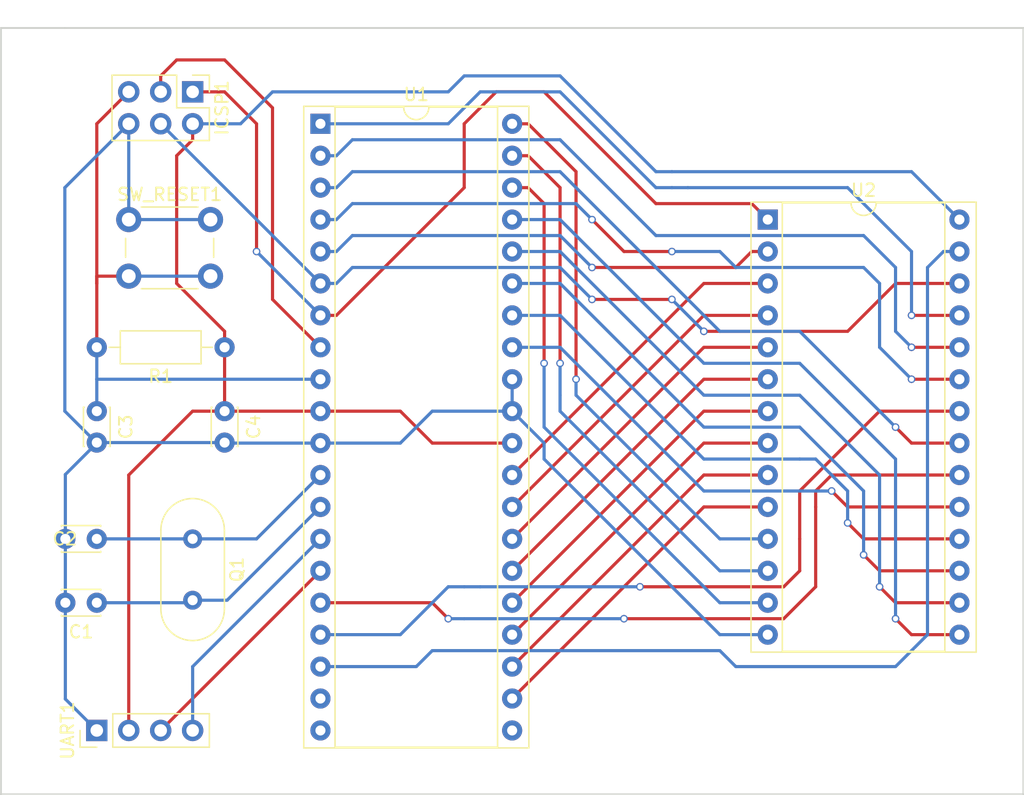
<source format=kicad_pcb>
(kicad_pcb (version 4) (host pcbnew 4.0.7)

  (general
    (links 57)
    (no_connects 0)
    (area 69.884999 71.357618 144.025001 134.287619)
    (thickness 1.6)
    (drawings 5)
    (tracks 275)
    (zones 0)
    (modules 11)
    (nets 38)
  )

  (page A4)
  (layers
    (0 F.Cu signal)
    (31 B.Cu signal)
    (32 B.Adhes user)
    (33 F.Adhes user)
    (34 B.Paste user)
    (35 F.Paste user)
    (36 B.SilkS user)
    (37 F.SilkS user)
    (38 B.Mask user)
    (39 F.Mask user)
    (40 Dwgs.User user)
    (41 Cmts.User user)
    (42 Eco1.User user)
    (43 Eco2.User user)
    (44 Edge.Cuts user)
    (45 Margin user)
    (46 B.CrtYd user)
    (47 F.CrtYd user)
    (48 B.Fab user)
    (49 F.Fab user)
  )

  (setup
    (last_trace_width 0.25)
    (trace_clearance 0.2)
    (zone_clearance 0.508)
    (zone_45_only no)
    (trace_min 0.2)
    (segment_width 0.2)
    (edge_width 0.15)
    (via_size 0.6)
    (via_drill 0.4)
    (via_min_size 0.4)
    (via_min_drill 0.3)
    (uvia_size 0.3)
    (uvia_drill 0.1)
    (uvias_allowed no)
    (uvia_min_size 0.2)
    (uvia_min_drill 0.1)
    (pcb_text_width 0.3)
    (pcb_text_size 1.5 1.5)
    (mod_edge_width 0.15)
    (mod_text_size 1 1)
    (mod_text_width 0.15)
    (pad_size 1.524 1.524)
    (pad_drill 0.762)
    (pad_to_mask_clearance 0.2)
    (aux_axis_origin 0 0)
    (visible_elements FFFCFF7F)
    (pcbplotparams
      (layerselection 0x00030_80000001)
      (usegerberextensions false)
      (excludeedgelayer true)
      (linewidth 0.100000)
      (plotframeref false)
      (viasonmask false)
      (mode 1)
      (useauxorigin false)
      (hpglpennumber 1)
      (hpglpenspeed 20)
      (hpglpendiameter 15)
      (hpglpenoverlay 2)
      (psnegative false)
      (psa4output false)
      (plotreference true)
      (plotvalue true)
      (plotinvisibletext false)
      (padsonsilk false)
      (subtractmaskfromsilk false)
      (outputformat 1)
      (mirror false)
      (drillshape 1)
      (scaleselection 1)
      (outputdirectory ""))
  )

  (net 0 "")
  (net 1 "Net-(C1-Pad1)")
  (net 2 GND)
  (net 3 "Net-(C2-Pad1)")
  (net 4 "Net-(ICSP1-Pad1)")
  (net 5 VCC)
  (net 6 "Net-(ICSP1-Pad3)")
  (net 7 "Net-(ICSP1-Pad4)")
  (net 8 "Net-(U1-Pad1)")
  (net 9 "Net-(U1-Pad21)")
  (net 10 "Net-(U1-Pad2)")
  (net 11 "Net-(U1-Pad22)")
  (net 12 "Net-(U1-Pad3)")
  (net 13 "Net-(U1-Pad23)")
  (net 14 "Net-(U1-Pad4)")
  (net 15 "Net-(U1-Pad24)")
  (net 16 "Net-(U1-Pad5)")
  (net 17 "Net-(U1-Pad25)")
  (net 18 "Net-(U1-Pad26)")
  (net 19 "Net-(U1-Pad27)")
  (net 20 "Net-(U1-Pad28)")
  (net 21 "Net-(U1-Pad29)")
  (net 22 "Net-(U1-Pad33)")
  (net 23 "Net-(U1-Pad14)")
  (net 24 "Net-(U1-Pad34)")
  (net 25 "Net-(U1-Pad15)")
  (net 26 "Net-(U1-Pad35)")
  (net 27 "Net-(U1-Pad16)")
  (net 28 "Net-(U1-Pad36)")
  (net 29 "Net-(U1-Pad17)")
  (net 30 "Net-(U1-Pad37)")
  (net 31 "Net-(U1-Pad18)")
  (net 32 "Net-(U1-Pad38)")
  (net 33 "Net-(U1-Pad19)")
  (net 34 "Net-(U1-Pad39)")
  (net 35 "Net-(U1-Pad20)")
  (net 36 "Net-(U1-Pad40)")
  (net 37 "Net-(C3-Pad1)")

  (net_class Default "This is the default net class."
    (clearance 0.2)
    (trace_width 0.25)
    (via_dia 0.6)
    (via_drill 0.4)
    (uvia_dia 0.3)
    (uvia_drill 0.1)
    (add_net GND)
    (add_net "Net-(C1-Pad1)")
    (add_net "Net-(C2-Pad1)")
    (add_net "Net-(C3-Pad1)")
    (add_net "Net-(ICSP1-Pad1)")
    (add_net "Net-(ICSP1-Pad3)")
    (add_net "Net-(ICSP1-Pad4)")
    (add_net "Net-(U1-Pad1)")
    (add_net "Net-(U1-Pad14)")
    (add_net "Net-(U1-Pad15)")
    (add_net "Net-(U1-Pad16)")
    (add_net "Net-(U1-Pad17)")
    (add_net "Net-(U1-Pad18)")
    (add_net "Net-(U1-Pad19)")
    (add_net "Net-(U1-Pad2)")
    (add_net "Net-(U1-Pad20)")
    (add_net "Net-(U1-Pad21)")
    (add_net "Net-(U1-Pad22)")
    (add_net "Net-(U1-Pad23)")
    (add_net "Net-(U1-Pad24)")
    (add_net "Net-(U1-Pad25)")
    (add_net "Net-(U1-Pad26)")
    (add_net "Net-(U1-Pad27)")
    (add_net "Net-(U1-Pad28)")
    (add_net "Net-(U1-Pad29)")
    (add_net "Net-(U1-Pad3)")
    (add_net "Net-(U1-Pad33)")
    (add_net "Net-(U1-Pad34)")
    (add_net "Net-(U1-Pad35)")
    (add_net "Net-(U1-Pad36)")
    (add_net "Net-(U1-Pad37)")
    (add_net "Net-(U1-Pad38)")
    (add_net "Net-(U1-Pad39)")
    (add_net "Net-(U1-Pad4)")
    (add_net "Net-(U1-Pad40)")
    (add_net "Net-(U1-Pad5)")
    (add_net VCC)
  )

  (module Housings_DIP:DIP-28_W15.24mm_Socket (layer F.Cu) (tedit 59C78D6C) (tstamp 5A74F28E)
    (at 127 88.9)
    (descr "28-lead though-hole mounted DIP package, row spacing 15.24 mm (600 mils), Socket")
    (tags "THT DIP DIL PDIP 2.54mm 15.24mm 600mil Socket")
    (path /5A74D0F8)
    (fp_text reference U2 (at 7.62 -2.33) (layer F.SilkS)
      (effects (font (size 1 1) (thickness 0.15)))
    )
    (fp_text value 28C256 (at 7.62 35.35) (layer F.Fab)
      (effects (font (size 1 1) (thickness 0.15)))
    )
    (fp_arc (start 7.62 -1.33) (end 6.62 -1.33) (angle -180) (layer F.SilkS) (width 0.12))
    (fp_line (start 1.255 -1.27) (end 14.985 -1.27) (layer F.Fab) (width 0.1))
    (fp_line (start 14.985 -1.27) (end 14.985 34.29) (layer F.Fab) (width 0.1))
    (fp_line (start 14.985 34.29) (end 0.255 34.29) (layer F.Fab) (width 0.1))
    (fp_line (start 0.255 34.29) (end 0.255 -0.27) (layer F.Fab) (width 0.1))
    (fp_line (start 0.255 -0.27) (end 1.255 -1.27) (layer F.Fab) (width 0.1))
    (fp_line (start -1.27 -1.33) (end -1.27 34.35) (layer F.Fab) (width 0.1))
    (fp_line (start -1.27 34.35) (end 16.51 34.35) (layer F.Fab) (width 0.1))
    (fp_line (start 16.51 34.35) (end 16.51 -1.33) (layer F.Fab) (width 0.1))
    (fp_line (start 16.51 -1.33) (end -1.27 -1.33) (layer F.Fab) (width 0.1))
    (fp_line (start 6.62 -1.33) (end 1.16 -1.33) (layer F.SilkS) (width 0.12))
    (fp_line (start 1.16 -1.33) (end 1.16 34.35) (layer F.SilkS) (width 0.12))
    (fp_line (start 1.16 34.35) (end 14.08 34.35) (layer F.SilkS) (width 0.12))
    (fp_line (start 14.08 34.35) (end 14.08 -1.33) (layer F.SilkS) (width 0.12))
    (fp_line (start 14.08 -1.33) (end 8.62 -1.33) (layer F.SilkS) (width 0.12))
    (fp_line (start -1.33 -1.39) (end -1.33 34.41) (layer F.SilkS) (width 0.12))
    (fp_line (start -1.33 34.41) (end 16.57 34.41) (layer F.SilkS) (width 0.12))
    (fp_line (start 16.57 34.41) (end 16.57 -1.39) (layer F.SilkS) (width 0.12))
    (fp_line (start 16.57 -1.39) (end -1.33 -1.39) (layer F.SilkS) (width 0.12))
    (fp_line (start -1.55 -1.6) (end -1.55 34.65) (layer F.CrtYd) (width 0.05))
    (fp_line (start -1.55 34.65) (end 16.8 34.65) (layer F.CrtYd) (width 0.05))
    (fp_line (start 16.8 34.65) (end 16.8 -1.6) (layer F.CrtYd) (width 0.05))
    (fp_line (start 16.8 -1.6) (end -1.55 -1.6) (layer F.CrtYd) (width 0.05))
    (fp_text user %R (at 7.62 16.51) (layer F.Fab)
      (effects (font (size 1 1) (thickness 0.15)))
    )
    (pad 1 thru_hole rect (at 0 0) (size 1.6 1.6) (drill 0.8) (layers *.Cu *.Mask)
      (net 4 "Net-(ICSP1-Pad1)"))
    (pad 15 thru_hole oval (at 15.24 33.02) (size 1.6 1.6) (drill 0.8) (layers *.Cu *.Mask)
      (net 30 "Net-(U1-Pad37)"))
    (pad 2 thru_hole oval (at 0 2.54) (size 1.6 1.6) (drill 0.8) (layers *.Cu *.Mask)
      (net 16 "Net-(U1-Pad5)"))
    (pad 16 thru_hole oval (at 15.24 30.48) (size 1.6 1.6) (drill 0.8) (layers *.Cu *.Mask)
      (net 28 "Net-(U1-Pad36)"))
    (pad 3 thru_hole oval (at 0 5.08) (size 1.6 1.6) (drill 0.8) (layers *.Cu *.Mask)
      (net 21 "Net-(U1-Pad29)"))
    (pad 17 thru_hole oval (at 15.24 27.94) (size 1.6 1.6) (drill 0.8) (layers *.Cu *.Mask)
      (net 26 "Net-(U1-Pad35)"))
    (pad 4 thru_hole oval (at 0 7.62) (size 1.6 1.6) (drill 0.8) (layers *.Cu *.Mask)
      (net 20 "Net-(U1-Pad28)"))
    (pad 18 thru_hole oval (at 15.24 25.4) (size 1.6 1.6) (drill 0.8) (layers *.Cu *.Mask)
      (net 24 "Net-(U1-Pad34)"))
    (pad 5 thru_hole oval (at 0 10.16) (size 1.6 1.6) (drill 0.8) (layers *.Cu *.Mask)
      (net 19 "Net-(U1-Pad27)"))
    (pad 19 thru_hole oval (at 15.24 22.86) (size 1.6 1.6) (drill 0.8) (layers *.Cu *.Mask)
      (net 22 "Net-(U1-Pad33)"))
    (pad 6 thru_hole oval (at 0 12.7) (size 1.6 1.6) (drill 0.8) (layers *.Cu *.Mask)
      (net 18 "Net-(U1-Pad26)"))
    (pad 20 thru_hole oval (at 15.24 20.32) (size 1.6 1.6) (drill 0.8) (layers *.Cu *.Mask)
      (net 27 "Net-(U1-Pad16)"))
    (pad 7 thru_hole oval (at 0 15.24) (size 1.6 1.6) (drill 0.8) (layers *.Cu *.Mask)
      (net 17 "Net-(U1-Pad25)"))
    (pad 21 thru_hole oval (at 15.24 17.78) (size 1.6 1.6) (drill 0.8) (layers *.Cu *.Mask)
      (net 12 "Net-(U1-Pad3)"))
    (pad 8 thru_hole oval (at 0 17.78) (size 1.6 1.6) (drill 0.8) (layers *.Cu *.Mask)
      (net 15 "Net-(U1-Pad24)"))
    (pad 22 thru_hole oval (at 15.24 15.24) (size 1.6 1.6) (drill 0.8) (layers *.Cu *.Mask)
      (net 29 "Net-(U1-Pad17)"))
    (pad 9 thru_hole oval (at 0 20.32) (size 1.6 1.6) (drill 0.8) (layers *.Cu *.Mask)
      (net 13 "Net-(U1-Pad23)"))
    (pad 23 thru_hole oval (at 15.24 12.7) (size 1.6 1.6) (drill 0.8) (layers *.Cu *.Mask)
      (net 14 "Net-(U1-Pad4)"))
    (pad 10 thru_hole oval (at 0 22.86) (size 1.6 1.6) (drill 0.8) (layers *.Cu *.Mask)
      (net 11 "Net-(U1-Pad22)"))
    (pad 24 thru_hole oval (at 15.24 10.16) (size 1.6 1.6) (drill 0.8) (layers *.Cu *.Mask)
      (net 10 "Net-(U1-Pad2)"))
    (pad 11 thru_hole oval (at 0 25.4) (size 1.6 1.6) (drill 0.8) (layers *.Cu *.Mask)
      (net 36 "Net-(U1-Pad40)"))
    (pad 25 thru_hole oval (at 15.24 7.62) (size 1.6 1.6) (drill 0.8) (layers *.Cu *.Mask)
      (net 8 "Net-(U1-Pad1)"))
    (pad 12 thru_hole oval (at 0 27.94) (size 1.6 1.6) (drill 0.8) (layers *.Cu *.Mask)
      (net 34 "Net-(U1-Pad39)"))
    (pad 26 thru_hole oval (at 15.24 5.08) (size 1.6 1.6) (drill 0.8) (layers *.Cu *.Mask)
      (net 7 "Net-(ICSP1-Pad4)"))
    (pad 13 thru_hole oval (at 0 30.48) (size 1.6 1.6) (drill 0.8) (layers *.Cu *.Mask)
      (net 32 "Net-(U1-Pad38)"))
    (pad 27 thru_hole oval (at 15.24 2.54) (size 1.6 1.6) (drill 0.8) (layers *.Cu *.Mask)
      (net 31 "Net-(U1-Pad18)"))
    (pad 14 thru_hole oval (at 0 33.02) (size 1.6 1.6) (drill 0.8) (layers *.Cu *.Mask)
      (net 2 GND))
    (pad 28 thru_hole oval (at 15.24 0) (size 1.6 1.6) (drill 0.8) (layers *.Cu *.Mask)
      (net 5 VCC))
    (model ${KISYS3DMOD}/Housings_DIP.3dshapes/DIP-28_W15.24mm_Socket.wrl
      (at (xyz 0 0 0))
      (scale (xyz 1 1 1))
      (rotate (xyz 0 0 0))
    )
  )

  (module Capacitors_THT:C_Disc_D3.0mm_W2.0mm_P2.50mm (layer F.Cu) (tedit 597BC7C2) (tstamp 5A74F21E)
    (at 73.66 119.38 180)
    (descr "C, Disc series, Radial, pin pitch=2.50mm, , diameter*width=3*2mm^2, Capacitor")
    (tags "C Disc series Radial pin pitch 2.50mm  diameter 3mm width 2mm Capacitor")
    (path /5A74E959)
    (fp_text reference C1 (at 1.25 -2.31 180) (layer F.SilkS)
      (effects (font (size 1 1) (thickness 0.15)))
    )
    (fp_text value 22pF (at 1.25 2.31 180) (layer F.Fab)
      (effects (font (size 1 1) (thickness 0.15)))
    )
    (fp_line (start -0.25 -1) (end -0.25 1) (layer F.Fab) (width 0.1))
    (fp_line (start -0.25 1) (end 2.75 1) (layer F.Fab) (width 0.1))
    (fp_line (start 2.75 1) (end 2.75 -1) (layer F.Fab) (width 0.1))
    (fp_line (start 2.75 -1) (end -0.25 -1) (layer F.Fab) (width 0.1))
    (fp_line (start -0.31 -1.06) (end 2.81 -1.06) (layer F.SilkS) (width 0.12))
    (fp_line (start -0.31 1.06) (end 2.81 1.06) (layer F.SilkS) (width 0.12))
    (fp_line (start -0.31 -1.06) (end -0.31 -0.996) (layer F.SilkS) (width 0.12))
    (fp_line (start -0.31 0.996) (end -0.31 1.06) (layer F.SilkS) (width 0.12))
    (fp_line (start 2.81 -1.06) (end 2.81 -0.996) (layer F.SilkS) (width 0.12))
    (fp_line (start 2.81 0.996) (end 2.81 1.06) (layer F.SilkS) (width 0.12))
    (fp_line (start -1.05 -1.35) (end -1.05 1.35) (layer F.CrtYd) (width 0.05))
    (fp_line (start -1.05 1.35) (end 3.55 1.35) (layer F.CrtYd) (width 0.05))
    (fp_line (start 3.55 1.35) (end 3.55 -1.35) (layer F.CrtYd) (width 0.05))
    (fp_line (start 3.55 -1.35) (end -1.05 -1.35) (layer F.CrtYd) (width 0.05))
    (fp_text user %R (at 1.25 0 180) (layer F.Fab)
      (effects (font (size 1 1) (thickness 0.15)))
    )
    (pad 1 thru_hole circle (at 0 0 180) (size 1.6 1.6) (drill 0.8) (layers *.Cu *.Mask)
      (net 1 "Net-(C1-Pad1)"))
    (pad 2 thru_hole circle (at 2.5 0 180) (size 1.6 1.6) (drill 0.8) (layers *.Cu *.Mask)
      (net 2 GND))
    (model ${KISYS3DMOD}/Capacitors_THT.3dshapes/C_Disc_D3.0mm_W2.0mm_P2.50mm.wrl
      (at (xyz 0 0 0))
      (scale (xyz 1 1 1))
      (rotate (xyz 0 0 0))
    )
  )

  (module Capacitors_THT:C_Disc_D3.0mm_W2.0mm_P2.50mm (layer F.Cu) (tedit 5A74F311) (tstamp 5A74F224)
    (at 73.66 114.3 180)
    (descr "C, Disc series, Radial, pin pitch=2.50mm, , diameter*width=3*2mm^2, Capacitor")
    (tags "C Disc series Radial pin pitch 2.50mm  diameter 3mm width 2mm Capacitor")
    (path /5A74E91C)
    (fp_text reference C2 (at 2.54 0 180) (layer F.SilkS)
      (effects (font (size 1 1) (thickness 0.15)))
    )
    (fp_text value 22pF (at 1.25 2.31 180) (layer F.Fab)
      (effects (font (size 1 1) (thickness 0.15)))
    )
    (fp_line (start -0.25 -1) (end -0.25 1) (layer F.Fab) (width 0.1))
    (fp_line (start -0.25 1) (end 2.75 1) (layer F.Fab) (width 0.1))
    (fp_line (start 2.75 1) (end 2.75 -1) (layer F.Fab) (width 0.1))
    (fp_line (start 2.75 -1) (end -0.25 -1) (layer F.Fab) (width 0.1))
    (fp_line (start -0.31 -1.06) (end 2.81 -1.06) (layer F.SilkS) (width 0.12))
    (fp_line (start -0.31 1.06) (end 2.81 1.06) (layer F.SilkS) (width 0.12))
    (fp_line (start -0.31 -1.06) (end -0.31 -0.996) (layer F.SilkS) (width 0.12))
    (fp_line (start -0.31 0.996) (end -0.31 1.06) (layer F.SilkS) (width 0.12))
    (fp_line (start 2.81 -1.06) (end 2.81 -0.996) (layer F.SilkS) (width 0.12))
    (fp_line (start 2.81 0.996) (end 2.81 1.06) (layer F.SilkS) (width 0.12))
    (fp_line (start -1.05 -1.35) (end -1.05 1.35) (layer F.CrtYd) (width 0.05))
    (fp_line (start -1.05 1.35) (end 3.55 1.35) (layer F.CrtYd) (width 0.05))
    (fp_line (start 3.55 1.35) (end 3.55 -1.35) (layer F.CrtYd) (width 0.05))
    (fp_line (start 3.55 -1.35) (end -1.05 -1.35) (layer F.CrtYd) (width 0.05))
    (fp_text user %R (at 1.25 0 180) (layer F.Fab)
      (effects (font (size 1 1) (thickness 0.15)))
    )
    (pad 1 thru_hole circle (at 0 0 180) (size 1.6 1.6) (drill 0.8) (layers *.Cu *.Mask)
      (net 3 "Net-(C2-Pad1)"))
    (pad 2 thru_hole circle (at 2.5 0 180) (size 1.6 1.6) (drill 0.8) (layers *.Cu *.Mask)
      (net 2 GND))
    (model ${KISYS3DMOD}/Capacitors_THT.3dshapes/C_Disc_D3.0mm_W2.0mm_P2.50mm.wrl
      (at (xyz 0 0 0))
      (scale (xyz 1 1 1))
      (rotate (xyz 0 0 0))
    )
  )

  (module Pin_Headers:Pin_Header_Straight_2x03_Pitch2.54mm (layer F.Cu) (tedit 59650532) (tstamp 5A74F22E)
    (at 81.28 78.74 270)
    (descr "Through hole straight pin header, 2x03, 2.54mm pitch, double rows")
    (tags "Through hole pin header THT 2x03 2.54mm double row")
    (path /5A75183A)
    (fp_text reference ICSP1 (at 1.27 -2.33 270) (layer F.SilkS)
      (effects (font (size 1 1) (thickness 0.15)))
    )
    (fp_text value Conn_02x03_Odd_Even (at 1.27 7.41 270) (layer F.Fab)
      (effects (font (size 1 1) (thickness 0.15)))
    )
    (fp_line (start 0 -1.27) (end 3.81 -1.27) (layer F.Fab) (width 0.1))
    (fp_line (start 3.81 -1.27) (end 3.81 6.35) (layer F.Fab) (width 0.1))
    (fp_line (start 3.81 6.35) (end -1.27 6.35) (layer F.Fab) (width 0.1))
    (fp_line (start -1.27 6.35) (end -1.27 0) (layer F.Fab) (width 0.1))
    (fp_line (start -1.27 0) (end 0 -1.27) (layer F.Fab) (width 0.1))
    (fp_line (start -1.33 6.41) (end 3.87 6.41) (layer F.SilkS) (width 0.12))
    (fp_line (start -1.33 1.27) (end -1.33 6.41) (layer F.SilkS) (width 0.12))
    (fp_line (start 3.87 -1.33) (end 3.87 6.41) (layer F.SilkS) (width 0.12))
    (fp_line (start -1.33 1.27) (end 1.27 1.27) (layer F.SilkS) (width 0.12))
    (fp_line (start 1.27 1.27) (end 1.27 -1.33) (layer F.SilkS) (width 0.12))
    (fp_line (start 1.27 -1.33) (end 3.87 -1.33) (layer F.SilkS) (width 0.12))
    (fp_line (start -1.33 0) (end -1.33 -1.33) (layer F.SilkS) (width 0.12))
    (fp_line (start -1.33 -1.33) (end 0 -1.33) (layer F.SilkS) (width 0.12))
    (fp_line (start -1.8 -1.8) (end -1.8 6.85) (layer F.CrtYd) (width 0.05))
    (fp_line (start -1.8 6.85) (end 4.35 6.85) (layer F.CrtYd) (width 0.05))
    (fp_line (start 4.35 6.85) (end 4.35 -1.8) (layer F.CrtYd) (width 0.05))
    (fp_line (start 4.35 -1.8) (end -1.8 -1.8) (layer F.CrtYd) (width 0.05))
    (fp_text user %R (at 1.27 2.54 360) (layer F.Fab)
      (effects (font (size 1 1) (thickness 0.15)))
    )
    (pad 1 thru_hole rect (at 0 0 270) (size 1.7 1.7) (drill 1) (layers *.Cu *.Mask)
      (net 4 "Net-(ICSP1-Pad1)"))
    (pad 2 thru_hole oval (at 2.54 0 270) (size 1.7 1.7) (drill 1) (layers *.Cu *.Mask)
      (net 5 VCC))
    (pad 3 thru_hole oval (at 0 2.54 270) (size 1.7 1.7) (drill 1) (layers *.Cu *.Mask)
      (net 6 "Net-(ICSP1-Pad3)"))
    (pad 4 thru_hole oval (at 2.54 2.54 270) (size 1.7 1.7) (drill 1) (layers *.Cu *.Mask)
      (net 7 "Net-(ICSP1-Pad4)"))
    (pad 5 thru_hole oval (at 0 5.08 270) (size 1.7 1.7) (drill 1) (layers *.Cu *.Mask)
      (net 37 "Net-(C3-Pad1)"))
    (pad 6 thru_hole oval (at 2.54 5.08 270) (size 1.7 1.7) (drill 1) (layers *.Cu *.Mask)
      (net 2 GND))
    (model ${KISYS3DMOD}/Pin_Headers.3dshapes/Pin_Header_Straight_2x03_Pitch2.54mm.wrl
      (at (xyz 0 0 0))
      (scale (xyz 1 1 1))
      (rotate (xyz 0 0 0))
    )
  )

  (module Crystals:Crystal_HC49-U_Vertical (layer F.Cu) (tedit 58CD2E9C) (tstamp 5A74F234)
    (at 81.28 114.3 270)
    (descr "Crystal THT HC-49/U http://5hertz.com/pdfs/04404_D.pdf")
    (tags "THT crystalHC-49/U")
    (path /5A74E8D7)
    (fp_text reference Q1 (at 2.44 -3.525 270) (layer F.SilkS)
      (effects (font (size 1 1) (thickness 0.15)))
    )
    (fp_text value 16MHz (at 2.44 3.525 270) (layer F.Fab)
      (effects (font (size 1 1) (thickness 0.15)))
    )
    (fp_text user %R (at 2.44 0 270) (layer F.Fab)
      (effects (font (size 1 1) (thickness 0.15)))
    )
    (fp_line (start -0.685 -2.325) (end 5.565 -2.325) (layer F.Fab) (width 0.1))
    (fp_line (start -0.685 2.325) (end 5.565 2.325) (layer F.Fab) (width 0.1))
    (fp_line (start -0.56 -2) (end 5.44 -2) (layer F.Fab) (width 0.1))
    (fp_line (start -0.56 2) (end 5.44 2) (layer F.Fab) (width 0.1))
    (fp_line (start -0.685 -2.525) (end 5.565 -2.525) (layer F.SilkS) (width 0.12))
    (fp_line (start -0.685 2.525) (end 5.565 2.525) (layer F.SilkS) (width 0.12))
    (fp_line (start -3.5 -2.8) (end -3.5 2.8) (layer F.CrtYd) (width 0.05))
    (fp_line (start -3.5 2.8) (end 8.4 2.8) (layer F.CrtYd) (width 0.05))
    (fp_line (start 8.4 2.8) (end 8.4 -2.8) (layer F.CrtYd) (width 0.05))
    (fp_line (start 8.4 -2.8) (end -3.5 -2.8) (layer F.CrtYd) (width 0.05))
    (fp_arc (start -0.685 0) (end -0.685 -2.325) (angle -180) (layer F.Fab) (width 0.1))
    (fp_arc (start 5.565 0) (end 5.565 -2.325) (angle 180) (layer F.Fab) (width 0.1))
    (fp_arc (start -0.56 0) (end -0.56 -2) (angle -180) (layer F.Fab) (width 0.1))
    (fp_arc (start 5.44 0) (end 5.44 -2) (angle 180) (layer F.Fab) (width 0.1))
    (fp_arc (start -0.685 0) (end -0.685 -2.525) (angle -180) (layer F.SilkS) (width 0.12))
    (fp_arc (start 5.565 0) (end 5.565 -2.525) (angle 180) (layer F.SilkS) (width 0.12))
    (pad 1 thru_hole circle (at 0 0 270) (size 1.5 1.5) (drill 0.8) (layers *.Cu *.Mask)
      (net 3 "Net-(C2-Pad1)"))
    (pad 2 thru_hole circle (at 4.88 0 270) (size 1.5 1.5) (drill 0.8) (layers *.Cu *.Mask)
      (net 1 "Net-(C1-Pad1)"))
    (model ${KISYS3DMOD}/Crystals.3dshapes/Crystal_HC49-U_Vertical.wrl
      (at (xyz 0 0 0))
      (scale (xyz 0.393701 0.393701 0.393701))
      (rotate (xyz 0 0 0))
    )
  )

  (module Resistors_THT:R_Axial_DIN0207_L6.3mm_D2.5mm_P10.16mm_Horizontal (layer F.Cu) (tedit 5874F706) (tstamp 5A74F23A)
    (at 83.82 99.06 180)
    (descr "Resistor, Axial_DIN0207 series, Axial, Horizontal, pin pitch=10.16mm, 0.25W = 1/4W, length*diameter=6.3*2.5mm^2, http://cdn-reichelt.de/documents/datenblatt/B400/1_4W%23YAG.pdf")
    (tags "Resistor Axial_DIN0207 series Axial Horizontal pin pitch 10.16mm 0.25W = 1/4W length 6.3mm diameter 2.5mm")
    (path /5A74E368)
    (fp_text reference R1 (at 5.08 -2.31 180) (layer F.SilkS)
      (effects (font (size 1 1) (thickness 0.15)))
    )
    (fp_text value 10k (at 5.08 2.31 180) (layer F.Fab)
      (effects (font (size 1 1) (thickness 0.15)))
    )
    (fp_line (start 1.93 -1.25) (end 1.93 1.25) (layer F.Fab) (width 0.1))
    (fp_line (start 1.93 1.25) (end 8.23 1.25) (layer F.Fab) (width 0.1))
    (fp_line (start 8.23 1.25) (end 8.23 -1.25) (layer F.Fab) (width 0.1))
    (fp_line (start 8.23 -1.25) (end 1.93 -1.25) (layer F.Fab) (width 0.1))
    (fp_line (start 0 0) (end 1.93 0) (layer F.Fab) (width 0.1))
    (fp_line (start 10.16 0) (end 8.23 0) (layer F.Fab) (width 0.1))
    (fp_line (start 1.87 -1.31) (end 1.87 1.31) (layer F.SilkS) (width 0.12))
    (fp_line (start 1.87 1.31) (end 8.29 1.31) (layer F.SilkS) (width 0.12))
    (fp_line (start 8.29 1.31) (end 8.29 -1.31) (layer F.SilkS) (width 0.12))
    (fp_line (start 8.29 -1.31) (end 1.87 -1.31) (layer F.SilkS) (width 0.12))
    (fp_line (start 0.98 0) (end 1.87 0) (layer F.SilkS) (width 0.12))
    (fp_line (start 9.18 0) (end 8.29 0) (layer F.SilkS) (width 0.12))
    (fp_line (start -1.05 -1.6) (end -1.05 1.6) (layer F.CrtYd) (width 0.05))
    (fp_line (start -1.05 1.6) (end 11.25 1.6) (layer F.CrtYd) (width 0.05))
    (fp_line (start 11.25 1.6) (end 11.25 -1.6) (layer F.CrtYd) (width 0.05))
    (fp_line (start 11.25 -1.6) (end -1.05 -1.6) (layer F.CrtYd) (width 0.05))
    (pad 1 thru_hole circle (at 0 0 180) (size 1.6 1.6) (drill 0.8) (layers *.Cu *.Mask)
      (net 5 VCC))
    (pad 2 thru_hole oval (at 10.16 0 180) (size 1.6 1.6) (drill 0.8) (layers *.Cu *.Mask)
      (net 37 "Net-(C3-Pad1)"))
    (model ${KISYS3DMOD}/Resistors_THT.3dshapes/R_Axial_DIN0207_L6.3mm_D2.5mm_P10.16mm_Horizontal.wrl
      (at (xyz 0 0 0))
      (scale (xyz 0.393701 0.393701 0.393701))
      (rotate (xyz 0 0 0))
    )
  )

  (module Buttons_Switches_THT:SW_PUSH_6mm_h4.3mm (layer F.Cu) (tedit 5923F252) (tstamp 5A74F242)
    (at 76.2 88.9)
    (descr "tactile push button, 6x6mm e.g. PHAP33xx series, height=4.3mm")
    (tags "tact sw push 6mm")
    (path /5A74EDF7)
    (fp_text reference SW_RESET1 (at 3.25 -2) (layer F.SilkS)
      (effects (font (size 1 1) (thickness 0.15)))
    )
    (fp_text value SW_Push (at 3.75 6.7) (layer F.Fab)
      (effects (font (size 1 1) (thickness 0.15)))
    )
    (fp_text user %R (at 3.25 2.25) (layer F.Fab)
      (effects (font (size 1 1) (thickness 0.15)))
    )
    (fp_line (start 3.25 -0.75) (end 6.25 -0.75) (layer F.Fab) (width 0.1))
    (fp_line (start 6.25 -0.75) (end 6.25 5.25) (layer F.Fab) (width 0.1))
    (fp_line (start 6.25 5.25) (end 0.25 5.25) (layer F.Fab) (width 0.1))
    (fp_line (start 0.25 5.25) (end 0.25 -0.75) (layer F.Fab) (width 0.1))
    (fp_line (start 0.25 -0.75) (end 3.25 -0.75) (layer F.Fab) (width 0.1))
    (fp_line (start 7.75 6) (end 8 6) (layer F.CrtYd) (width 0.05))
    (fp_line (start 8 6) (end 8 5.75) (layer F.CrtYd) (width 0.05))
    (fp_line (start 7.75 -1.5) (end 8 -1.5) (layer F.CrtYd) (width 0.05))
    (fp_line (start 8 -1.5) (end 8 -1.25) (layer F.CrtYd) (width 0.05))
    (fp_line (start -1.5 -1.25) (end -1.5 -1.5) (layer F.CrtYd) (width 0.05))
    (fp_line (start -1.5 -1.5) (end -1.25 -1.5) (layer F.CrtYd) (width 0.05))
    (fp_line (start -1.5 5.75) (end -1.5 6) (layer F.CrtYd) (width 0.05))
    (fp_line (start -1.5 6) (end -1.25 6) (layer F.CrtYd) (width 0.05))
    (fp_line (start -1.25 -1.5) (end 7.75 -1.5) (layer F.CrtYd) (width 0.05))
    (fp_line (start -1.5 5.75) (end -1.5 -1.25) (layer F.CrtYd) (width 0.05))
    (fp_line (start 7.75 6) (end -1.25 6) (layer F.CrtYd) (width 0.05))
    (fp_line (start 8 -1.25) (end 8 5.75) (layer F.CrtYd) (width 0.05))
    (fp_line (start 1 5.5) (end 5.5 5.5) (layer F.SilkS) (width 0.12))
    (fp_line (start -0.25 1.5) (end -0.25 3) (layer F.SilkS) (width 0.12))
    (fp_line (start 5.5 -1) (end 1 -1) (layer F.SilkS) (width 0.12))
    (fp_line (start 6.75 3) (end 6.75 1.5) (layer F.SilkS) (width 0.12))
    (fp_circle (center 3.25 2.25) (end 1.25 2.5) (layer F.Fab) (width 0.1))
    (pad 2 thru_hole circle (at 0 4.5 90) (size 2 2) (drill 1.1) (layers *.Cu *.Mask)
      (net 37 "Net-(C3-Pad1)"))
    (pad 1 thru_hole circle (at 0 0 90) (size 2 2) (drill 1.1) (layers *.Cu *.Mask)
      (net 2 GND))
    (pad 2 thru_hole circle (at 6.5 4.5 90) (size 2 2) (drill 1.1) (layers *.Cu *.Mask)
      (net 37 "Net-(C3-Pad1)"))
    (pad 1 thru_hole circle (at 6.5 0 90) (size 2 2) (drill 1.1) (layers *.Cu *.Mask)
      (net 2 GND))
    (model ${KISYS3DMOD}/Buttons_Switches_THT.3dshapes/SW_PUSH_6mm_h4.3mm.wrl
      (at (xyz 0.005 0 0))
      (scale (xyz 0.3937 0.3937 0.3937))
      (rotate (xyz 0 0 0))
    )
  )

  (module Housings_DIP:DIP-40_W15.24mm_Socket (layer F.Cu) (tedit 59C78D6C) (tstamp 5A74F26E)
    (at 91.44 81.28)
    (descr "40-lead though-hole mounted DIP package, row spacing 15.24 mm (600 mils), Socket")
    (tags "THT DIP DIL PDIP 2.54mm 15.24mm 600mil Socket")
    (path /5A74CEE7)
    (fp_text reference U1 (at 7.62 -2.33) (layer F.SilkS)
      (effects (font (size 1 1) (thickness 0.15)))
    )
    (fp_text value ATMEGA16-16PU (at 7.62 50.59) (layer F.Fab)
      (effects (font (size 1 1) (thickness 0.15)))
    )
    (fp_arc (start 7.62 -1.33) (end 6.62 -1.33) (angle -180) (layer F.SilkS) (width 0.12))
    (fp_line (start 1.255 -1.27) (end 14.985 -1.27) (layer F.Fab) (width 0.1))
    (fp_line (start 14.985 -1.27) (end 14.985 49.53) (layer F.Fab) (width 0.1))
    (fp_line (start 14.985 49.53) (end 0.255 49.53) (layer F.Fab) (width 0.1))
    (fp_line (start 0.255 49.53) (end 0.255 -0.27) (layer F.Fab) (width 0.1))
    (fp_line (start 0.255 -0.27) (end 1.255 -1.27) (layer F.Fab) (width 0.1))
    (fp_line (start -1.27 -1.33) (end -1.27 49.59) (layer F.Fab) (width 0.1))
    (fp_line (start -1.27 49.59) (end 16.51 49.59) (layer F.Fab) (width 0.1))
    (fp_line (start 16.51 49.59) (end 16.51 -1.33) (layer F.Fab) (width 0.1))
    (fp_line (start 16.51 -1.33) (end -1.27 -1.33) (layer F.Fab) (width 0.1))
    (fp_line (start 6.62 -1.33) (end 1.16 -1.33) (layer F.SilkS) (width 0.12))
    (fp_line (start 1.16 -1.33) (end 1.16 49.59) (layer F.SilkS) (width 0.12))
    (fp_line (start 1.16 49.59) (end 14.08 49.59) (layer F.SilkS) (width 0.12))
    (fp_line (start 14.08 49.59) (end 14.08 -1.33) (layer F.SilkS) (width 0.12))
    (fp_line (start 14.08 -1.33) (end 8.62 -1.33) (layer F.SilkS) (width 0.12))
    (fp_line (start -1.33 -1.39) (end -1.33 49.65) (layer F.SilkS) (width 0.12))
    (fp_line (start -1.33 49.65) (end 16.57 49.65) (layer F.SilkS) (width 0.12))
    (fp_line (start 16.57 49.65) (end 16.57 -1.39) (layer F.SilkS) (width 0.12))
    (fp_line (start 16.57 -1.39) (end -1.33 -1.39) (layer F.SilkS) (width 0.12))
    (fp_line (start -1.55 -1.6) (end -1.55 49.85) (layer F.CrtYd) (width 0.05))
    (fp_line (start -1.55 49.85) (end 16.8 49.85) (layer F.CrtYd) (width 0.05))
    (fp_line (start 16.8 49.85) (end 16.8 -1.6) (layer F.CrtYd) (width 0.05))
    (fp_line (start 16.8 -1.6) (end -1.55 -1.6) (layer F.CrtYd) (width 0.05))
    (fp_text user %R (at 7.62 24.13) (layer F.Fab)
      (effects (font (size 1 1) (thickness 0.15)))
    )
    (pad 1 thru_hole rect (at 0 0) (size 1.6 1.6) (drill 0.8) (layers *.Cu *.Mask)
      (net 8 "Net-(U1-Pad1)"))
    (pad 21 thru_hole oval (at 15.24 48.26) (size 1.6 1.6) (drill 0.8) (layers *.Cu *.Mask)
      (net 9 "Net-(U1-Pad21)"))
    (pad 2 thru_hole oval (at 0 2.54) (size 1.6 1.6) (drill 0.8) (layers *.Cu *.Mask)
      (net 10 "Net-(U1-Pad2)"))
    (pad 22 thru_hole oval (at 15.24 45.72) (size 1.6 1.6) (drill 0.8) (layers *.Cu *.Mask)
      (net 11 "Net-(U1-Pad22)"))
    (pad 3 thru_hole oval (at 0 5.08) (size 1.6 1.6) (drill 0.8) (layers *.Cu *.Mask)
      (net 12 "Net-(U1-Pad3)"))
    (pad 23 thru_hole oval (at 15.24 43.18) (size 1.6 1.6) (drill 0.8) (layers *.Cu *.Mask)
      (net 13 "Net-(U1-Pad23)"))
    (pad 4 thru_hole oval (at 0 7.62) (size 1.6 1.6) (drill 0.8) (layers *.Cu *.Mask)
      (net 14 "Net-(U1-Pad4)"))
    (pad 24 thru_hole oval (at 15.24 40.64) (size 1.6 1.6) (drill 0.8) (layers *.Cu *.Mask)
      (net 15 "Net-(U1-Pad24)"))
    (pad 5 thru_hole oval (at 0 10.16) (size 1.6 1.6) (drill 0.8) (layers *.Cu *.Mask)
      (net 16 "Net-(U1-Pad5)"))
    (pad 25 thru_hole oval (at 15.24 38.1) (size 1.6 1.6) (drill 0.8) (layers *.Cu *.Mask)
      (net 17 "Net-(U1-Pad25)"))
    (pad 6 thru_hole oval (at 0 12.7) (size 1.6 1.6) (drill 0.8) (layers *.Cu *.Mask)
      (net 7 "Net-(ICSP1-Pad4)"))
    (pad 26 thru_hole oval (at 15.24 35.56) (size 1.6 1.6) (drill 0.8) (layers *.Cu *.Mask)
      (net 18 "Net-(U1-Pad26)"))
    (pad 7 thru_hole oval (at 0 15.24) (size 1.6 1.6) (drill 0.8) (layers *.Cu *.Mask)
      (net 4 "Net-(ICSP1-Pad1)"))
    (pad 27 thru_hole oval (at 15.24 33.02) (size 1.6 1.6) (drill 0.8) (layers *.Cu *.Mask)
      (net 19 "Net-(U1-Pad27)"))
    (pad 8 thru_hole oval (at 0 17.78) (size 1.6 1.6) (drill 0.8) (layers *.Cu *.Mask)
      (net 6 "Net-(ICSP1-Pad3)"))
    (pad 28 thru_hole oval (at 15.24 30.48) (size 1.6 1.6) (drill 0.8) (layers *.Cu *.Mask)
      (net 20 "Net-(U1-Pad28)"))
    (pad 9 thru_hole oval (at 0 20.32) (size 1.6 1.6) (drill 0.8) (layers *.Cu *.Mask)
      (net 37 "Net-(C3-Pad1)"))
    (pad 29 thru_hole oval (at 15.24 27.94) (size 1.6 1.6) (drill 0.8) (layers *.Cu *.Mask)
      (net 21 "Net-(U1-Pad29)"))
    (pad 10 thru_hole oval (at 0 22.86) (size 1.6 1.6) (drill 0.8) (layers *.Cu *.Mask)
      (net 5 VCC))
    (pad 30 thru_hole oval (at 15.24 25.4) (size 1.6 1.6) (drill 0.8) (layers *.Cu *.Mask)
      (net 5 VCC))
    (pad 11 thru_hole oval (at 0 25.4) (size 1.6 1.6) (drill 0.8) (layers *.Cu *.Mask)
      (net 2 GND))
    (pad 31 thru_hole oval (at 15.24 22.86) (size 1.6 1.6) (drill 0.8) (layers *.Cu *.Mask)
      (net 2 GND))
    (pad 12 thru_hole oval (at 0 27.94) (size 1.6 1.6) (drill 0.8) (layers *.Cu *.Mask)
      (net 3 "Net-(C2-Pad1)"))
    (pad 32 thru_hole oval (at 15.24 20.32) (size 1.6 1.6) (drill 0.8) (layers *.Cu *.Mask)
      (net 2 GND))
    (pad 13 thru_hole oval (at 0 30.48) (size 1.6 1.6) (drill 0.8) (layers *.Cu *.Mask)
      (net 1 "Net-(C1-Pad1)"))
    (pad 33 thru_hole oval (at 15.24 17.78) (size 1.6 1.6) (drill 0.8) (layers *.Cu *.Mask)
      (net 22 "Net-(U1-Pad33)"))
    (pad 14 thru_hole oval (at 0 33.02) (size 1.6 1.6) (drill 0.8) (layers *.Cu *.Mask)
      (net 23 "Net-(U1-Pad14)"))
    (pad 34 thru_hole oval (at 15.24 15.24) (size 1.6 1.6) (drill 0.8) (layers *.Cu *.Mask)
      (net 24 "Net-(U1-Pad34)"))
    (pad 15 thru_hole oval (at 0 35.56) (size 1.6 1.6) (drill 0.8) (layers *.Cu *.Mask)
      (net 25 "Net-(U1-Pad15)"))
    (pad 35 thru_hole oval (at 15.24 12.7) (size 1.6 1.6) (drill 0.8) (layers *.Cu *.Mask)
      (net 26 "Net-(U1-Pad35)"))
    (pad 16 thru_hole oval (at 0 38.1) (size 1.6 1.6) (drill 0.8) (layers *.Cu *.Mask)
      (net 27 "Net-(U1-Pad16)"))
    (pad 36 thru_hole oval (at 15.24 10.16) (size 1.6 1.6) (drill 0.8) (layers *.Cu *.Mask)
      (net 28 "Net-(U1-Pad36)"))
    (pad 17 thru_hole oval (at 0 40.64) (size 1.6 1.6) (drill 0.8) (layers *.Cu *.Mask)
      (net 29 "Net-(U1-Pad17)"))
    (pad 37 thru_hole oval (at 15.24 7.62) (size 1.6 1.6) (drill 0.8) (layers *.Cu *.Mask)
      (net 30 "Net-(U1-Pad37)"))
    (pad 18 thru_hole oval (at 0 43.18) (size 1.6 1.6) (drill 0.8) (layers *.Cu *.Mask)
      (net 31 "Net-(U1-Pad18)"))
    (pad 38 thru_hole oval (at 15.24 5.08) (size 1.6 1.6) (drill 0.8) (layers *.Cu *.Mask)
      (net 32 "Net-(U1-Pad38)"))
    (pad 19 thru_hole oval (at 0 45.72) (size 1.6 1.6) (drill 0.8) (layers *.Cu *.Mask)
      (net 33 "Net-(U1-Pad19)"))
    (pad 39 thru_hole oval (at 15.24 2.54) (size 1.6 1.6) (drill 0.8) (layers *.Cu *.Mask)
      (net 34 "Net-(U1-Pad39)"))
    (pad 20 thru_hole oval (at 0 48.26) (size 1.6 1.6) (drill 0.8) (layers *.Cu *.Mask)
      (net 35 "Net-(U1-Pad20)"))
    (pad 40 thru_hole oval (at 15.24 0) (size 1.6 1.6) (drill 0.8) (layers *.Cu *.Mask)
      (net 36 "Net-(U1-Pad40)"))
    (model ${KISYS3DMOD}/Housings_DIP.3dshapes/DIP-40_W15.24mm_Socket.wrl
      (at (xyz 0 0 0))
      (scale (xyz 1 1 1))
      (rotate (xyz 0 0 0))
    )
  )

  (module Pin_Headers:Pin_Header_Straight_1x04_Pitch2.54mm (layer F.Cu) (tedit 5A750DAC) (tstamp 5A74F296)
    (at 73.66 129.54 90)
    (descr "Through hole straight pin header, 1x04, 2.54mm pitch, single row")
    (tags "Through hole pin header THT 1x04 2.54mm single row")
    (path /5A74DDB8)
    (fp_text reference UART1 (at 0 -2.33 270) (layer F.SilkS)
      (effects (font (size 1 1) (thickness 0.15)))
    )
    (fp_text value Conn_01x04 (at 0 9.95 90) (layer F.Fab)
      (effects (font (size 1 1) (thickness 0.15)))
    )
    (fp_line (start -0.635 -1.27) (end 1.27 -1.27) (layer F.Fab) (width 0.1))
    (fp_line (start 1.27 -1.27) (end 1.27 8.89) (layer F.Fab) (width 0.1))
    (fp_line (start 1.27 8.89) (end -1.27 8.89) (layer F.Fab) (width 0.1))
    (fp_line (start -1.27 8.89) (end -1.27 -0.635) (layer F.Fab) (width 0.1))
    (fp_line (start -1.27 -0.635) (end -0.635 -1.27) (layer F.Fab) (width 0.1))
    (fp_line (start -1.33 8.95) (end 1.33 8.95) (layer F.SilkS) (width 0.12))
    (fp_line (start -1.33 1.27) (end -1.33 8.95) (layer F.SilkS) (width 0.12))
    (fp_line (start 1.33 1.27) (end 1.33 8.95) (layer F.SilkS) (width 0.12))
    (fp_line (start -1.33 1.27) (end 1.33 1.27) (layer F.SilkS) (width 0.12))
    (fp_line (start -1.33 0) (end -1.33 -1.33) (layer F.SilkS) (width 0.12))
    (fp_line (start -1.33 -1.33) (end 0 -1.33) (layer F.SilkS) (width 0.12))
    (fp_line (start -1.8 -1.8) (end -1.8 9.4) (layer F.CrtYd) (width 0.05))
    (fp_line (start -1.8 9.4) (end 1.8 9.4) (layer F.CrtYd) (width 0.05))
    (fp_line (start 1.8 9.4) (end 1.8 -1.8) (layer F.CrtYd) (width 0.05))
    (fp_line (start 1.8 -1.8) (end -1.8 -1.8) (layer F.CrtYd) (width 0.05))
    (fp_text user %R (at 0 3.81 180) (layer F.Fab)
      (effects (font (size 1 1) (thickness 0.15)))
    )
    (pad 1 thru_hole rect (at 0 0 90) (size 1.7 1.7) (drill 1) (layers *.Cu *.Mask)
      (net 2 GND))
    (pad 2 thru_hole oval (at 0 2.54 90) (size 1.7 1.7) (drill 1) (layers *.Cu *.Mask)
      (net 5 VCC))
    (pad 3 thru_hole oval (at 0 5.08 90) (size 1.7 1.7) (drill 1) (layers *.Cu *.Mask)
      (net 25 "Net-(U1-Pad15)"))
    (pad 4 thru_hole oval (at 0 7.62 90) (size 1.7 1.7) (drill 1) (layers *.Cu *.Mask)
      (net 23 "Net-(U1-Pad14)"))
    (model ${KISYS3DMOD}/Pin_Headers.3dshapes/Pin_Header_Straight_1x04_Pitch2.54mm.wrl
      (at (xyz 0 0 0))
      (scale (xyz 1 1 1))
      (rotate (xyz 0 0 0))
    )
  )

  (module Capacitors_THT:C_Disc_D3.0mm_W2.0mm_P2.50mm (layer F.Cu) (tedit 597BC7C2) (tstamp 5A74F8BF)
    (at 73.66 104.14 270)
    (descr "C, Disc series, Radial, pin pitch=2.50mm, , diameter*width=3*2mm^2, Capacitor")
    (tags "C Disc series Radial pin pitch 2.50mm  diameter 3mm width 2mm Capacitor")
    (path /5A75701A)
    (fp_text reference C3 (at 1.25 -2.31 270) (layer F.SilkS)
      (effects (font (size 1 1) (thickness 0.15)))
    )
    (fp_text value 47nF (at 1.25 2.31 270) (layer F.Fab)
      (effects (font (size 1 1) (thickness 0.15)))
    )
    (fp_line (start -0.25 -1) (end -0.25 1) (layer F.Fab) (width 0.1))
    (fp_line (start -0.25 1) (end 2.75 1) (layer F.Fab) (width 0.1))
    (fp_line (start 2.75 1) (end 2.75 -1) (layer F.Fab) (width 0.1))
    (fp_line (start 2.75 -1) (end -0.25 -1) (layer F.Fab) (width 0.1))
    (fp_line (start -0.31 -1.06) (end 2.81 -1.06) (layer F.SilkS) (width 0.12))
    (fp_line (start -0.31 1.06) (end 2.81 1.06) (layer F.SilkS) (width 0.12))
    (fp_line (start -0.31 -1.06) (end -0.31 -0.996) (layer F.SilkS) (width 0.12))
    (fp_line (start -0.31 0.996) (end -0.31 1.06) (layer F.SilkS) (width 0.12))
    (fp_line (start 2.81 -1.06) (end 2.81 -0.996) (layer F.SilkS) (width 0.12))
    (fp_line (start 2.81 0.996) (end 2.81 1.06) (layer F.SilkS) (width 0.12))
    (fp_line (start -1.05 -1.35) (end -1.05 1.35) (layer F.CrtYd) (width 0.05))
    (fp_line (start -1.05 1.35) (end 3.55 1.35) (layer F.CrtYd) (width 0.05))
    (fp_line (start 3.55 1.35) (end 3.55 -1.35) (layer F.CrtYd) (width 0.05))
    (fp_line (start 3.55 -1.35) (end -1.05 -1.35) (layer F.CrtYd) (width 0.05))
    (fp_text user %R (at 1.25 0 270) (layer F.Fab)
      (effects (font (size 1 1) (thickness 0.15)))
    )
    (pad 1 thru_hole circle (at 0 0 270) (size 1.6 1.6) (drill 0.8) (layers *.Cu *.Mask)
      (net 37 "Net-(C3-Pad1)"))
    (pad 2 thru_hole circle (at 2.5 0 270) (size 1.6 1.6) (drill 0.8) (layers *.Cu *.Mask)
      (net 2 GND))
    (model ${KISYS3DMOD}/Capacitors_THT.3dshapes/C_Disc_D3.0mm_W2.0mm_P2.50mm.wrl
      (at (xyz 0 0 0))
      (scale (xyz 1 1 1))
      (rotate (xyz 0 0 0))
    )
  )

  (module Capacitors_THT:C_Disc_D3.0mm_W2.0mm_P2.50mm (layer F.Cu) (tedit 597BC7C2) (tstamp 5A74F8C5)
    (at 83.82 104.14 270)
    (descr "C, Disc series, Radial, pin pitch=2.50mm, , diameter*width=3*2mm^2, Capacitor")
    (tags "C Disc series Radial pin pitch 2.50mm  diameter 3mm width 2mm Capacitor")
    (path /5A756F33)
    (fp_text reference C4 (at 1.25 -2.31 270) (layer F.SilkS)
      (effects (font (size 1 1) (thickness 0.15)))
    )
    (fp_text value 100nF (at 1.25 2.31 270) (layer F.Fab)
      (effects (font (size 1 1) (thickness 0.15)))
    )
    (fp_line (start -0.25 -1) (end -0.25 1) (layer F.Fab) (width 0.1))
    (fp_line (start -0.25 1) (end 2.75 1) (layer F.Fab) (width 0.1))
    (fp_line (start 2.75 1) (end 2.75 -1) (layer F.Fab) (width 0.1))
    (fp_line (start 2.75 -1) (end -0.25 -1) (layer F.Fab) (width 0.1))
    (fp_line (start -0.31 -1.06) (end 2.81 -1.06) (layer F.SilkS) (width 0.12))
    (fp_line (start -0.31 1.06) (end 2.81 1.06) (layer F.SilkS) (width 0.12))
    (fp_line (start -0.31 -1.06) (end -0.31 -0.996) (layer F.SilkS) (width 0.12))
    (fp_line (start -0.31 0.996) (end -0.31 1.06) (layer F.SilkS) (width 0.12))
    (fp_line (start 2.81 -1.06) (end 2.81 -0.996) (layer F.SilkS) (width 0.12))
    (fp_line (start 2.81 0.996) (end 2.81 1.06) (layer F.SilkS) (width 0.12))
    (fp_line (start -1.05 -1.35) (end -1.05 1.35) (layer F.CrtYd) (width 0.05))
    (fp_line (start -1.05 1.35) (end 3.55 1.35) (layer F.CrtYd) (width 0.05))
    (fp_line (start 3.55 1.35) (end 3.55 -1.35) (layer F.CrtYd) (width 0.05))
    (fp_line (start 3.55 -1.35) (end -1.05 -1.35) (layer F.CrtYd) (width 0.05))
    (fp_text user %R (at 1.25 0 270) (layer F.Fab)
      (effects (font (size 1 1) (thickness 0.15)))
    )
    (pad 1 thru_hole circle (at 0 0 270) (size 1.6 1.6) (drill 0.8) (layers *.Cu *.Mask)
      (net 5 VCC))
    (pad 2 thru_hole circle (at 2.5 0 270) (size 1.6 1.6) (drill 0.8) (layers *.Cu *.Mask)
      (net 2 GND))
    (model ${KISYS3DMOD}/Capacitors_THT.3dshapes/C_Disc_D3.0mm_W2.0mm_P2.50mm.wrl
      (at (xyz 0 0 0))
      (scale (xyz 1 1 1))
      (rotate (xyz 0 0 0))
    )
  )

  (gr_line (start 66.04 73.66) (end 66.04 134.62) (angle 90) (layer Edge.Cuts) (width 0.15))
  (gr_line (start 71.12 73.66) (end 66.04 73.66) (angle 90) (layer Edge.Cuts) (width 0.15))
  (gr_line (start 147.32 73.66) (end 71.12 73.66) (angle 90) (layer Edge.Cuts) (width 0.15))
  (gr_line (start 147.32 134.62) (end 147.32 73.66) (angle 90) (layer Edge.Cuts) (width 0.15))
  (gr_line (start 66.04 134.62) (end 147.32 134.62) (angle 90) (layer Edge.Cuts) (width 0.15))

  (segment (start 81.28 119.18) (end 84.02 119.18) (width 0.25) (layer B.Cu) (net 1) (status 10))
  (segment (start 84.02 119.18) (end 91.44 111.76) (width 0.25) (layer B.Cu) (net 1) (tstamp 5A751197) (status 20))
  (segment (start 73.66 119.38) (end 81.28 119.38) (width 0.25) (layer B.Cu) (net 1) (status 10))
  (segment (start 81.28 119.38) (end 81.28 119.18) (width 0.25) (layer B.Cu) (net 1) (tstamp 5A751196) (status 30))
  (segment (start 106.68 104.14) (end 100.33 104.14) (width 0.25) (layer B.Cu) (net 2))
  (segment (start 97.79 106.68) (end 91.44 106.68) (width 0.25) (layer B.Cu) (net 2) (tstamp 5A753754))
  (segment (start 100.33 104.14) (end 97.79 106.68) (width 0.25) (layer B.Cu) (net 2) (tstamp 5A753753))
  (segment (start 106.68 104.14) (end 107.95 105.41) (width 0.25) (layer B.Cu) (net 2))
  (segment (start 123.19 121.92) (end 127 121.92) (width 0.25) (layer B.Cu) (net 2) (tstamp 5A752E0C))
  (segment (start 109.22 107.95) (end 123.19 121.92) (width 0.25) (layer B.Cu) (net 2) (tstamp 5A752E0A))
  (segment (start 109.22 106.68) (end 109.22 107.95) (width 0.25) (layer B.Cu) (net 2) (tstamp 5A752E05))
  (segment (start 107.95 105.41) (end 109.22 106.68) (width 0.25) (layer B.Cu) (net 2) (tstamp 5A752DFE))
  (segment (start 106.68 101.6) (end 106.68 104.14) (width 0.25) (layer B.Cu) (net 2))
  (segment (start 76.2 88.9) (end 82.7 88.9) (width 0.25) (layer B.Cu) (net 2))
  (segment (start 76.2 81.28) (end 76.2 88.9) (width 0.25) (layer B.Cu) (net 2))
  (segment (start 73.66 106.64) (end 73.62 106.64) (width 0.25) (layer B.Cu) (net 2))
  (segment (start 73.62 106.64) (end 71.12 104.14) (width 0.25) (layer B.Cu) (net 2) (tstamp 5A751934))
  (segment (start 71.12 86.36) (end 76.2 81.28) (width 0.25) (layer B.Cu) (net 2) (tstamp 5A75193A))
  (segment (start 71.12 104.14) (end 71.12 86.36) (width 0.25) (layer B.Cu) (net 2) (tstamp 5A751935))
  (segment (start 71.16 119.38) (end 71.16 127.04) (width 0.25) (layer B.Cu) (net 2))
  (segment (start 71.16 127.04) (end 73.66 129.54) (width 0.25) (layer B.Cu) (net 2) (tstamp 5A751329) (status 20))
  (segment (start 71.16 114.3) (end 71.16 119.38) (width 0.25) (layer B.Cu) (net 2) (status 20))
  (segment (start 73.66 106.64) (end 73.66 106.68) (width 0.25) (layer B.Cu) (net 2) (status 30))
  (segment (start 73.66 106.68) (end 71.16 109.18) (width 0.25) (layer B.Cu) (net 2) (tstamp 5A751180) (status 10))
  (segment (start 71.16 109.18) (end 71.16 114.3) (width 0.25) (layer B.Cu) (net 2) (tstamp 5A751182) (status 20))
  (segment (start 91.44 106.68) (end 83.86 106.68) (width 0.25) (layer B.Cu) (net 2) (status 10))
  (segment (start 83.86 106.68) (end 83.82 106.64) (width 0.25) (layer B.Cu) (net 2) (tstamp 5A7510F1) (status 30))
  (segment (start 83.82 106.64) (end 73.66 106.64) (width 0.25) (layer B.Cu) (net 2) (tstamp 5A7510F2) (status 20))
  (segment (start 81.28 114.3) (end 86.36 114.3) (width 0.25) (layer B.Cu) (net 3) (status 10))
  (segment (start 86.36 114.3) (end 91.44 109.22) (width 0.25) (layer B.Cu) (net 3) (tstamp 5A75119C) (status 20))
  (segment (start 73.66 114.3) (end 81.28 114.3) (width 0.25) (layer B.Cu) (net 3) (status 10))
  (segment (start 91.44 96.52) (end 92.71 96.52) (width 0.25) (layer F.Cu) (net 4))
  (segment (start 125.73 87.63) (end 127 88.9) (width 0.25) (layer F.Cu) (net 4) (tstamp 5A753634))
  (segment (start 118.11 87.63) (end 125.73 87.63) (width 0.25) (layer F.Cu) (net 4) (tstamp 5A75362F))
  (segment (start 116.84 86.36) (end 118.11 87.63) (width 0.25) (layer F.Cu) (net 4) (tstamp 5A75362E))
  (segment (start 109.22 78.74) (end 116.84 86.36) (width 0.25) (layer F.Cu) (net 4) (tstamp 5A75362B))
  (segment (start 105.41 78.74) (end 109.22 78.74) (width 0.25) (layer F.Cu) (net 4) (tstamp 5A75361F))
  (segment (start 102.87 81.28) (end 105.41 78.74) (width 0.25) (layer F.Cu) (net 4) (tstamp 5A75361D))
  (segment (start 102.87 86.36) (end 102.87 81.28) (width 0.25) (layer F.Cu) (net 4) (tstamp 5A753612))
  (segment (start 92.71 96.52) (end 102.87 86.36) (width 0.25) (layer F.Cu) (net 4) (tstamp 5A75360C))
  (segment (start 81.28 78.74) (end 83.82 78.74) (width 0.25) (layer F.Cu) (net 4))
  (segment (start 86.36 91.44) (end 91.44 96.52) (width 0.25) (layer B.Cu) (net 4) (tstamp 5A751B4C))
  (via (at 86.36 91.44) (size 0.6) (drill 0.4) (layers F.Cu B.Cu) (net 4))
  (segment (start 86.36 81.28) (end 86.36 91.44) (width 0.25) (layer F.Cu) (net 4) (tstamp 5A751B45))
  (segment (start 83.82 78.74) (end 86.36 81.28) (width 0.25) (layer F.Cu) (net 4) (tstamp 5A751B43))
  (segment (start 91.44 104.14) (end 97.79 104.14) (width 0.25) (layer F.Cu) (net 5))
  (segment (start 100.33 106.68) (end 106.68 106.68) (width 0.25) (layer F.Cu) (net 5) (tstamp 5A75374F))
  (segment (start 97.79 104.14) (end 100.33 106.68) (width 0.25) (layer F.Cu) (net 5) (tstamp 5A75374A))
  (segment (start 142.24 88.9) (end 138.43 85.09) (width 0.25) (layer B.Cu) (net 5))
  (segment (start 85.09 81.28) (end 81.28 81.28) (width 0.25) (layer B.Cu) (net 5) (tstamp 5A753737))
  (segment (start 87.63 78.74) (end 85.09 81.28) (width 0.25) (layer B.Cu) (net 5) (tstamp 5A753732))
  (segment (start 101.6 78.74) (end 87.63 78.74) (width 0.25) (layer B.Cu) (net 5) (tstamp 5A75372D))
  (segment (start 102.87 77.47) (end 101.6 78.74) (width 0.25) (layer B.Cu) (net 5) (tstamp 5A753726))
  (segment (start 110.49 77.47) (end 102.87 77.47) (width 0.25) (layer B.Cu) (net 5) (tstamp 5A753722))
  (segment (start 118.11 85.09) (end 110.49 77.47) (width 0.25) (layer B.Cu) (net 5) (tstamp 5A75371D))
  (segment (start 119.38 85.09) (end 118.11 85.09) (width 0.25) (layer B.Cu) (net 5) (tstamp 5A75371C))
  (segment (start 138.43 85.09) (end 119.38 85.09) (width 0.25) (layer B.Cu) (net 5) (tstamp 5A75371A))
  (segment (start 83.82 99.06) (end 83.82 97.79) (width 0.25) (layer F.Cu) (net 5))
  (segment (start 81.28 82.55) (end 81.28 81.28) (width 0.25) (layer F.Cu) (net 5) (tstamp 5A751A19))
  (segment (start 80.01 83.82) (end 81.28 82.55) (width 0.25) (layer F.Cu) (net 5) (tstamp 5A751A11))
  (segment (start 80.01 93.98) (end 80.01 83.82) (width 0.25) (layer F.Cu) (net 5) (tstamp 5A751A0F))
  (segment (start 83.82 97.79) (end 80.01 93.98) (width 0.25) (layer F.Cu) (net 5) (tstamp 5A751A07))
  (segment (start 91.44 104.14) (end 83.82 104.14) (width 0.25) (layer F.Cu) (net 5) (status 10))
  (segment (start 83.82 104.14) (end 83.82 99.06) (width 0.25) (layer F.Cu) (net 5) (tstamp 5A75133F))
  (segment (start 76.2 129.54) (end 76.2 109.22) (width 0.25) (layer F.Cu) (net 5) (status 10))
  (segment (start 76.2 109.22) (end 81.28 104.14) (width 0.25) (layer F.Cu) (net 5) (tstamp 5A75132E))
  (segment (start 81.28 104.14) (end 83.82 104.14) (width 0.25) (layer F.Cu) (net 5) (tstamp 5A751330))
  (segment (start 78.74 78.74) (end 78.74 77.47) (width 0.25) (layer F.Cu) (net 6))
  (segment (start 87.63 95.25) (end 91.44 99.06) (width 0.25) (layer F.Cu) (net 6) (tstamp 5A751B1F))
  (segment (start 87.63 80.01) (end 87.63 95.25) (width 0.25) (layer F.Cu) (net 6) (tstamp 5A751B0F))
  (segment (start 83.82 76.2) (end 87.63 80.01) (width 0.25) (layer F.Cu) (net 6) (tstamp 5A751B05))
  (segment (start 80.01 76.2) (end 83.82 76.2) (width 0.25) (layer F.Cu) (net 6) (tstamp 5A751B01))
  (segment (start 78.74 77.47) (end 80.01 76.2) (width 0.25) (layer F.Cu) (net 6) (tstamp 5A751B00))
  (segment (start 91.44 93.98) (end 92.71 93.98) (width 0.25) (layer B.Cu) (net 7))
  (segment (start 137.16 93.98) (end 142.24 93.98) (width 0.25) (layer F.Cu) (net 7) (tstamp 5A7535A9))
  (segment (start 133.35 97.79) (end 137.16 93.98) (width 0.25) (layer F.Cu) (net 7) (tstamp 5A7535A4))
  (segment (start 121.92 97.79) (end 133.35 97.79) (width 0.25) (layer F.Cu) (net 7) (tstamp 5A7535A3))
  (via (at 121.92 97.79) (size 0.6) (drill 0.4) (layers F.Cu B.Cu) (net 7))
  (segment (start 119.38 95.25) (end 121.92 97.79) (width 0.25) (layer B.Cu) (net 7) (tstamp 5A7535A0))
  (via (at 119.38 95.25) (size 0.6) (drill 0.4) (layers F.Cu B.Cu) (net 7))
  (segment (start 113.03 95.25) (end 119.38 95.25) (width 0.25) (layer F.Cu) (net 7) (tstamp 5A75358A))
  (via (at 113.03 95.25) (size 0.6) (drill 0.4) (layers F.Cu B.Cu) (net 7))
  (segment (start 110.49 92.71) (end 113.03 95.25) (width 0.25) (layer B.Cu) (net 7) (tstamp 5A753579))
  (segment (start 93.98 92.71) (end 110.49 92.71) (width 0.25) (layer B.Cu) (net 7) (tstamp 5A753574))
  (segment (start 92.71 93.98) (end 93.98 92.71) (width 0.25) (layer B.Cu) (net 7) (tstamp 5A753571))
  (segment (start 78.74 81.28) (end 91.44 93.98) (width 0.25) (layer B.Cu) (net 7))
  (segment (start 142.24 96.52) (end 138.43 96.52) (width 0.25) (layer F.Cu) (net 8))
  (segment (start 101.6 81.28) (end 91.44 81.28) (width 0.25) (layer B.Cu) (net 8) (tstamp 5A7536FB))
  (segment (start 104.14 78.74) (end 101.6 81.28) (width 0.25) (layer B.Cu) (net 8) (tstamp 5A7536FA))
  (segment (start 110.49 78.74) (end 104.14 78.74) (width 0.25) (layer B.Cu) (net 8) (tstamp 5A7536F5))
  (segment (start 118.11 86.36) (end 110.49 78.74) (width 0.25) (layer B.Cu) (net 8) (tstamp 5A7536F2))
  (segment (start 119.38 86.36) (end 118.11 86.36) (width 0.25) (layer B.Cu) (net 8) (tstamp 5A7536F1))
  (segment (start 120.65 86.36) (end 119.38 86.36) (width 0.25) (layer B.Cu) (net 8) (tstamp 5A7536EE))
  (segment (start 133.35 86.36) (end 120.65 86.36) (width 0.25) (layer B.Cu) (net 8) (tstamp 5A7536EA))
  (segment (start 138.43 91.44) (end 133.35 86.36) (width 0.25) (layer B.Cu) (net 8) (tstamp 5A7536E9))
  (segment (start 138.43 96.52) (end 138.43 91.44) (width 0.25) (layer B.Cu) (net 8) (tstamp 5A7536E8))
  (via (at 138.43 96.52) (size 0.6) (drill 0.4) (layers F.Cu B.Cu) (net 8))
  (segment (start 91.44 83.82) (end 92.71 83.82) (width 0.25) (layer B.Cu) (net 10))
  (segment (start 138.43 99.06) (end 142.24 99.06) (width 0.25) (layer F.Cu) (net 10) (tstamp 5A7533BF))
  (via (at 138.43 99.06) (size 0.6) (drill 0.4) (layers F.Cu B.Cu) (net 10))
  (segment (start 137.16 97.79) (end 138.43 99.06) (width 0.25) (layer B.Cu) (net 10) (tstamp 5A7533B9))
  (segment (start 137.16 92.71) (end 137.16 97.79) (width 0.25) (layer B.Cu) (net 10) (tstamp 5A7533B7))
  (segment (start 134.62 90.17) (end 137.16 92.71) (width 0.25) (layer B.Cu) (net 10) (tstamp 5A7533B2))
  (segment (start 118.11 90.17) (end 134.62 90.17) (width 0.25) (layer B.Cu) (net 10) (tstamp 5A7533B1))
  (segment (start 116.84 88.9) (end 118.11 90.17) (width 0.25) (layer B.Cu) (net 10) (tstamp 5A7533B0))
  (segment (start 110.49 82.55) (end 116.84 88.9) (width 0.25) (layer B.Cu) (net 10) (tstamp 5A7533AD))
  (segment (start 93.98 82.55) (end 110.49 82.55) (width 0.25) (layer B.Cu) (net 10) (tstamp 5A7533AB))
  (segment (start 92.71 83.82) (end 93.98 82.55) (width 0.25) (layer B.Cu) (net 10) (tstamp 5A7533A7))
  (segment (start 106.68 127) (end 110.49 123.19) (width 0.25) (layer F.Cu) (net 11))
  (segment (start 121.92 111.76) (end 127 111.76) (width 0.25) (layer F.Cu) (net 11) (tstamp 5A7520AB))
  (segment (start 110.49 123.19) (end 121.92 111.76) (width 0.25) (layer F.Cu) (net 11) (tstamp 5A75209E))
  (segment (start 91.44 86.36) (end 92.71 86.36) (width 0.25) (layer B.Cu) (net 12))
  (segment (start 138.43 106.68) (end 142.24 106.68) (width 0.25) (layer F.Cu) (net 12) (tstamp 5A7534D1))
  (segment (start 137.16 105.41) (end 138.43 106.68) (width 0.25) (layer F.Cu) (net 12) (tstamp 5A7534D0))
  (via (at 137.16 105.41) (size 0.6) (drill 0.4) (layers F.Cu B.Cu) (net 12))
  (segment (start 129.54 97.79) (end 137.16 105.41) (width 0.25) (layer B.Cu) (net 12) (tstamp 5A7534C0))
  (segment (start 123.19 97.79) (end 129.54 97.79) (width 0.25) (layer B.Cu) (net 12) (tstamp 5A7534BD))
  (segment (start 118.11 92.71) (end 123.19 97.79) (width 0.25) (layer B.Cu) (net 12) (tstamp 5A7534AE))
  (segment (start 110.49 85.09) (end 118.11 92.71) (width 0.25) (layer B.Cu) (net 12) (tstamp 5A7534A9))
  (segment (start 107.95 85.09) (end 110.49 85.09) (width 0.25) (layer B.Cu) (net 12) (tstamp 5A7534A5))
  (segment (start 93.98 85.09) (end 107.95 85.09) (width 0.25) (layer B.Cu) (net 12) (tstamp 5A7534A1))
  (segment (start 92.71 86.36) (end 93.98 85.09) (width 0.25) (layer B.Cu) (net 12) (tstamp 5A7534A0))
  (segment (start 106.68 124.46) (end 121.92 109.22) (width 0.25) (layer F.Cu) (net 13))
  (segment (start 121.92 109.22) (end 127 109.22) (width 0.25) (layer F.Cu) (net 13) (tstamp 5A7520B5))
  (segment (start 142.24 101.6) (end 138.43 101.6) (width 0.25) (layer F.Cu) (net 14))
  (segment (start 92.71 88.9) (end 91.44 88.9) (width 0.25) (layer B.Cu) (net 14) (tstamp 5A7536DE))
  (segment (start 93.98 87.63) (end 92.71 88.9) (width 0.25) (layer B.Cu) (net 14) (tstamp 5A7536DD))
  (segment (start 111.76 87.63) (end 93.98 87.63) (width 0.25) (layer B.Cu) (net 14) (tstamp 5A7536DB))
  (segment (start 113.03 88.9) (end 111.76 87.63) (width 0.25) (layer B.Cu) (net 14) (tstamp 5A7536DA))
  (via (at 113.03 88.9) (size 0.6) (drill 0.4) (layers F.Cu B.Cu) (net 14))
  (segment (start 115.57 91.44) (end 113.03 88.9) (width 0.25) (layer F.Cu) (net 14) (tstamp 5A7536D6))
  (segment (start 119.38 91.44) (end 115.57 91.44) (width 0.25) (layer F.Cu) (net 14) (tstamp 5A7536D5))
  (via (at 119.38 91.44) (size 0.6) (drill 0.4) (layers F.Cu B.Cu) (net 14))
  (segment (start 123.19 91.44) (end 119.38 91.44) (width 0.25) (layer B.Cu) (net 14) (tstamp 5A7536D1))
  (segment (start 124.46 92.71) (end 123.19 91.44) (width 0.25) (layer B.Cu) (net 14) (tstamp 5A7536CC))
  (segment (start 134.62 92.71) (end 124.46 92.71) (width 0.25) (layer B.Cu) (net 14) (tstamp 5A7536C1))
  (segment (start 135.89 93.98) (end 134.62 92.71) (width 0.25) (layer B.Cu) (net 14) (tstamp 5A7536BF))
  (segment (start 135.89 99.06) (end 135.89 93.98) (width 0.25) (layer B.Cu) (net 14) (tstamp 5A7536B0))
  (segment (start 138.43 101.6) (end 135.89 99.06) (width 0.25) (layer B.Cu) (net 14) (tstamp 5A7536AF))
  (via (at 138.43 101.6) (size 0.6) (drill 0.4) (layers F.Cu B.Cu) (net 14))
  (segment (start 106.68 121.92) (end 111.76 116.84) (width 0.25) (layer F.Cu) (net 15))
  (segment (start 121.92 106.68) (end 127 106.68) (width 0.25) (layer F.Cu) (net 15) (tstamp 5A7520CF))
  (segment (start 120.65 107.95) (end 121.92 106.68) (width 0.25) (layer F.Cu) (net 15) (tstamp 5A7520CC))
  (segment (start 111.76 116.84) (end 120.65 107.95) (width 0.25) (layer F.Cu) (net 15) (tstamp 5A7520BF))
  (segment (start 91.44 91.44) (end 92.71 91.44) (width 0.25) (layer B.Cu) (net 16))
  (segment (start 125.73 91.44) (end 127 91.44) (width 0.25) (layer F.Cu) (net 16) (tstamp 5A753558))
  (segment (start 124.46 92.71) (end 125.73 91.44) (width 0.25) (layer F.Cu) (net 16) (tstamp 5A753556))
  (segment (start 113.03 92.71) (end 124.46 92.71) (width 0.25) (layer F.Cu) (net 16) (tstamp 5A753555))
  (via (at 113.03 92.71) (size 0.6) (drill 0.4) (layers F.Cu B.Cu) (net 16))
  (segment (start 110.49 90.17) (end 113.03 92.71) (width 0.25) (layer B.Cu) (net 16) (tstamp 5A75354D))
  (segment (start 93.98 90.17) (end 110.49 90.17) (width 0.25) (layer B.Cu) (net 16) (tstamp 5A75354B))
  (segment (start 92.71 91.44) (end 93.98 90.17) (width 0.25) (layer B.Cu) (net 16) (tstamp 5A753549))
  (segment (start 106.68 119.38) (end 116.84 109.22) (width 0.25) (layer F.Cu) (net 17))
  (segment (start 121.92 104.14) (end 127 104.14) (width 0.25) (layer F.Cu) (net 17) (tstamp 5A7520E5))
  (segment (start 116.84 109.22) (end 121.92 104.14) (width 0.25) (layer F.Cu) (net 17) (tstamp 5A7520E2))
  (segment (start 106.68 116.84) (end 119.38 104.14) (width 0.25) (layer F.Cu) (net 18))
  (segment (start 121.92 101.6) (end 127 101.6) (width 0.25) (layer F.Cu) (net 18) (tstamp 5A7520EB))
  (segment (start 119.38 104.14) (end 121.92 101.6) (width 0.25) (layer F.Cu) (net 18) (tstamp 5A7520E9))
  (segment (start 106.68 114.3) (end 114.3 106.68) (width 0.25) (layer F.Cu) (net 19))
  (segment (start 121.92 99.06) (end 127 99.06) (width 0.25) (layer F.Cu) (net 19) (tstamp 5A7520F1))
  (segment (start 114.3 106.68) (end 121.92 99.06) (width 0.25) (layer F.Cu) (net 19) (tstamp 5A7520F0))
  (segment (start 106.68 111.76) (end 121.92 96.52) (width 0.25) (layer F.Cu) (net 20))
  (segment (start 121.92 96.52) (end 127 96.52) (width 0.25) (layer F.Cu) (net 20) (tstamp 5A7520F8))
  (segment (start 106.68 109.22) (end 114.3 101.6) (width 0.25) (layer F.Cu) (net 21))
  (segment (start 121.92 93.98) (end 127 93.98) (width 0.25) (layer F.Cu) (net 21) (tstamp 5A752101))
  (segment (start 114.3 101.6) (end 121.92 93.98) (width 0.25) (layer F.Cu) (net 21) (tstamp 5A7520FF))
  (via (at 132.08 110.49) (size 0.6) (drill 0.4) (layers F.Cu B.Cu) (net 22))
  (segment (start 106.68 99.06) (end 110.49 99.06) (width 0.25) (layer B.Cu) (net 22))
  (segment (start 110.49 99.06) (end 121.92 110.49) (width 0.25) (layer B.Cu) (net 22) (tstamp 5A75270B))
  (segment (start 121.92 110.49) (end 129.54 110.49) (width 0.25) (layer B.Cu) (net 22) (tstamp 5A752718))
  (segment (start 132.08 110.49) (end 129.54 110.49) (width 0.25) (layer B.Cu) (net 22))
  (segment (start 133.35 111.76) (end 142.24 111.76) (width 0.25) (layer F.Cu) (net 22) (tstamp 5A752A4E))
  (segment (start 132.08 110.49) (end 133.35 111.76) (width 0.25) (layer F.Cu) (net 22) (tstamp 5A752A4D))
  (segment (start 91.44 114.3) (end 81.28 124.46) (width 0.25) (layer B.Cu) (net 23))
  (segment (start 81.28 124.46) (end 81.28 129.54) (width 0.25) (layer B.Cu) (net 23) (tstamp 5A75139A) (status 20))
  (segment (start 129.54 107.95) (end 130.81 107.95) (width 0.25) (layer B.Cu) (net 24))
  (segment (start 110.49 96.52) (end 121.92 107.95) (width 0.25) (layer B.Cu) (net 24) (tstamp 5A752802))
  (segment (start 121.92 107.95) (end 129.54 107.95) (width 0.25) (layer B.Cu) (net 24) (tstamp 5A752804))
  (segment (start 106.68 96.52) (end 110.49 96.52) (width 0.25) (layer B.Cu) (net 24))
  (segment (start 134.62 114.3) (end 142.24 114.3) (width 0.25) (layer F.Cu) (net 24) (tstamp 5A752A8B))
  (segment (start 133.35 113.03) (end 134.62 114.3) (width 0.25) (layer F.Cu) (net 24) (tstamp 5A752A8A))
  (via (at 133.35 113.03) (size 0.6) (drill 0.4) (layers F.Cu B.Cu) (net 24))
  (segment (start 133.35 110.49) (end 133.35 113.03) (width 0.25) (layer B.Cu) (net 24) (tstamp 5A752A81))
  (segment (start 130.81 107.95) (end 133.35 110.49) (width 0.25) (layer B.Cu) (net 24) (tstamp 5A752A7F))
  (segment (start 78.74 129.54) (end 91.44 116.84) (width 0.25) (layer F.Cu) (net 25) (status 10))
  (segment (start 129.54 105.41) (end 134.62 110.49) (width 0.25) (layer B.Cu) (net 26))
  (segment (start 106.68 93.98) (end 110.49 93.98) (width 0.25) (layer B.Cu) (net 26))
  (segment (start 121.92 105.41) (end 129.54 105.41) (width 0.25) (layer B.Cu) (net 26) (tstamp 5A752816))
  (segment (start 110.49 93.98) (end 121.92 105.41) (width 0.25) (layer B.Cu) (net 26) (tstamp 5A752814))
  (segment (start 135.89 116.84) (end 142.24 116.84) (width 0.25) (layer F.Cu) (net 26) (tstamp 5A752A93))
  (segment (start 134.62 115.57) (end 135.89 116.84) (width 0.25) (layer F.Cu) (net 26) (tstamp 5A752A92))
  (via (at 134.62 115.57) (size 0.6) (drill 0.4) (layers F.Cu B.Cu) (net 26))
  (segment (start 134.62 110.49) (end 134.62 115.57) (width 0.25) (layer B.Cu) (net 26) (tstamp 5A752A8F))
  (segment (start 130.81 111.76) (end 130.81 118.11) (width 0.25) (layer F.Cu) (net 27))
  (segment (start 132.08 109.22) (end 130.81 110.49) (width 0.25) (layer F.Cu) (net 27) (tstamp 5A752B39))
  (segment (start 130.81 110.49) (end 130.81 111.76) (width 0.25) (layer F.Cu) (net 27) (tstamp 5A752B42))
  (segment (start 142.24 109.22) (end 132.08 109.22) (width 0.25) (layer F.Cu) (net 27))
  (segment (start 100.33 119.38) (end 91.44 119.38) (width 0.25) (layer F.Cu) (net 27) (tstamp 5A752F4B))
  (segment (start 101.6 120.65) (end 100.33 119.38) (width 0.25) (layer F.Cu) (net 27) (tstamp 5A752F4A))
  (via (at 101.6 120.65) (size 0.6) (drill 0.4) (layers F.Cu B.Cu) (net 27))
  (segment (start 102.87 120.65) (end 101.6 120.65) (width 0.25) (layer B.Cu) (net 27) (tstamp 5A752F36))
  (segment (start 115.57 120.65) (end 102.87 120.65) (width 0.25) (layer B.Cu) (net 27) (tstamp 5A752F35))
  (via (at 115.57 120.65) (size 0.6) (drill 0.4) (layers F.Cu B.Cu) (net 27))
  (segment (start 128.27 120.65) (end 115.57 120.65) (width 0.25) (layer F.Cu) (net 27) (tstamp 5A752F2B))
  (segment (start 130.81 118.11) (end 128.27 120.65) (width 0.25) (layer F.Cu) (net 27) (tstamp 5A752F26))
  (segment (start 129.54 102.87) (end 135.89 109.22) (width 0.25) (layer B.Cu) (net 28))
  (segment (start 110.49 91.44) (end 121.92 102.87) (width 0.25) (layer B.Cu) (net 28) (tstamp 5A752819))
  (segment (start 121.92 102.87) (end 129.54 102.87) (width 0.25) (layer B.Cu) (net 28) (tstamp 5A75281E))
  (segment (start 106.68 91.44) (end 110.49 91.44) (width 0.25) (layer B.Cu) (net 28))
  (segment (start 137.16 119.38) (end 142.24 119.38) (width 0.25) (layer F.Cu) (net 28) (tstamp 5A752AB0))
  (segment (start 135.89 118.11) (end 137.16 119.38) (width 0.25) (layer F.Cu) (net 28) (tstamp 5A752AAF))
  (via (at 135.89 118.11) (size 0.6) (drill 0.4) (layers F.Cu B.Cu) (net 28))
  (segment (start 135.89 109.22) (end 135.89 118.11) (width 0.25) (layer B.Cu) (net 28) (tstamp 5A752A9A))
  (segment (start 129.54 114.3) (end 129.54 116.84) (width 0.25) (layer F.Cu) (net 29))
  (segment (start 135.89 104.14) (end 129.54 110.49) (width 0.25) (layer F.Cu) (net 29) (tstamp 5A752B8F))
  (segment (start 129.54 110.49) (end 129.54 114.3) (width 0.25) (layer F.Cu) (net 29) (tstamp 5A752B9E))
  (segment (start 142.24 104.14) (end 135.89 104.14) (width 0.25) (layer F.Cu) (net 29))
  (segment (start 97.79 121.92) (end 91.44 121.92) (width 0.25) (layer B.Cu) (net 29) (tstamp 5A752F1F))
  (segment (start 101.6 118.11) (end 97.79 121.92) (width 0.25) (layer B.Cu) (net 29) (tstamp 5A752F1E))
  (segment (start 102.87 118.11) (end 101.6 118.11) (width 0.25) (layer B.Cu) (net 29) (tstamp 5A752F01))
  (segment (start 104.14 118.11) (end 102.87 118.11) (width 0.25) (layer B.Cu) (net 29) (tstamp 5A752EED))
  (segment (start 116.84 118.11) (end 104.14 118.11) (width 0.25) (layer B.Cu) (net 29) (tstamp 5A752EEC))
  (via (at 116.84 118.11) (size 0.6) (drill 0.4) (layers F.Cu B.Cu) (net 29))
  (segment (start 128.27 118.11) (end 116.84 118.11) (width 0.25) (layer F.Cu) (net 29) (tstamp 5A752EE4))
  (segment (start 129.54 116.84) (end 128.27 118.11) (width 0.25) (layer F.Cu) (net 29) (tstamp 5A752EE0))
  (segment (start 142.24 121.92) (end 138.43 121.92) (width 0.25) (layer F.Cu) (net 30))
  (segment (start 110.49 88.9) (end 121.92 100.33) (width 0.25) (layer B.Cu) (net 30) (tstamp 5A75285B))
  (segment (start 121.92 100.33) (end 129.54 100.33) (width 0.25) (layer B.Cu) (net 30) (tstamp 5A75285D))
  (segment (start 110.49 88.9) (end 106.68 88.9) (width 0.25) (layer B.Cu) (net 30))
  (segment (start 137.16 107.95) (end 129.54 100.33) (width 0.25) (layer B.Cu) (net 30) (tstamp 5A752ADE))
  (segment (start 137.16 110.49) (end 137.16 107.95) (width 0.25) (layer B.Cu) (net 30) (tstamp 5A752ADD))
  (segment (start 137.16 120.65) (end 137.16 110.49) (width 0.25) (layer B.Cu) (net 30) (tstamp 5A752ADC))
  (via (at 137.16 120.65) (size 0.6) (drill 0.4) (layers F.Cu B.Cu) (net 30))
  (segment (start 138.43 121.92) (end 137.16 120.65) (width 0.25) (layer F.Cu) (net 30) (tstamp 5A752AD3))
  (segment (start 91.44 124.46) (end 99.06 124.46) (width 0.25) (layer B.Cu) (net 31))
  (segment (start 140.97 91.44) (end 142.24 91.44) (width 0.25) (layer B.Cu) (net 31) (tstamp 5A752F7D))
  (segment (start 139.7 92.71) (end 140.97 91.44) (width 0.25) (layer B.Cu) (net 31) (tstamp 5A752F79))
  (segment (start 139.7 121.92) (end 139.7 92.71) (width 0.25) (layer B.Cu) (net 31) (tstamp 5A752F72))
  (segment (start 137.16 124.46) (end 139.7 121.92) (width 0.25) (layer B.Cu) (net 31) (tstamp 5A752F6D))
  (segment (start 124.46 124.46) (end 137.16 124.46) (width 0.25) (layer B.Cu) (net 31) (tstamp 5A752F6A))
  (segment (start 123.19 123.19) (end 124.46 124.46) (width 0.25) (layer B.Cu) (net 31) (tstamp 5A752F65))
  (segment (start 100.33 123.19) (end 123.19 123.19) (width 0.25) (layer B.Cu) (net 31) (tstamp 5A752F63))
  (segment (start 99.06 124.46) (end 100.33 123.19) (width 0.25) (layer B.Cu) (net 31) (tstamp 5A752F5C))
  (segment (start 127 119.38) (end 123.19 119.38) (width 0.25) (layer B.Cu) (net 32))
  (segment (start 107.95 86.36) (end 106.68 86.36) (width 0.25) (layer F.Cu) (net 32) (tstamp 5A752D5F))
  (segment (start 109.22 87.63) (end 107.95 86.36) (width 0.25) (layer F.Cu) (net 32) (tstamp 5A752D5D))
  (segment (start 109.22 100.33) (end 109.22 87.63) (width 0.25) (layer F.Cu) (net 32) (tstamp 5A752D5C))
  (via (at 109.22 100.33) (size 0.6) (drill 0.4) (layers F.Cu B.Cu) (net 32))
  (segment (start 109.22 105.41) (end 109.22 100.33) (width 0.25) (layer B.Cu) (net 32) (tstamp 5A752D58))
  (segment (start 123.19 119.38) (end 109.22 105.41) (width 0.25) (layer B.Cu) (net 32) (tstamp 5A752D50))
  (segment (start 106.68 83.82) (end 107.95 83.82) (width 0.25) (layer F.Cu) (net 34))
  (segment (start 123.19 116.84) (end 127 116.84) (width 0.25) (layer B.Cu) (net 34) (tstamp 5A752D47))
  (segment (start 110.49 104.14) (end 123.19 116.84) (width 0.25) (layer B.Cu) (net 34) (tstamp 5A752D3D))
  (segment (start 110.49 102.87) (end 110.49 104.14) (width 0.25) (layer B.Cu) (net 34) (tstamp 5A752D3C))
  (segment (start 110.49 100.33) (end 110.49 102.87) (width 0.25) (layer B.Cu) (net 34) (tstamp 5A752D3B))
  (via (at 110.49 100.33) (size 0.6) (drill 0.4) (layers F.Cu B.Cu) (net 34))
  (segment (start 110.49 86.36) (end 110.49 100.33) (width 0.25) (layer F.Cu) (net 34) (tstamp 5A752D35))
  (segment (start 107.95 83.82) (end 110.49 86.36) (width 0.25) (layer F.Cu) (net 34) (tstamp 5A752D33))
  (segment (start 127 114.3) (end 123.19 114.3) (width 0.25) (layer B.Cu) (net 36))
  (segment (start 107.95 81.28) (end 106.68 81.28) (width 0.25) (layer F.Cu) (net 36) (tstamp 5A752D2D))
  (segment (start 111.76 85.09) (end 107.95 81.28) (width 0.25) (layer F.Cu) (net 36) (tstamp 5A752D2A))
  (segment (start 111.76 87.63) (end 111.76 85.09) (width 0.25) (layer F.Cu) (net 36) (tstamp 5A752D29))
  (segment (start 111.76 101.6) (end 111.76 87.63) (width 0.25) (layer F.Cu) (net 36) (tstamp 5A752D28))
  (via (at 111.76 101.6) (size 0.6) (drill 0.4) (layers F.Cu B.Cu) (net 36))
  (segment (start 111.76 102.87) (end 111.76 101.6) (width 0.25) (layer B.Cu) (net 36) (tstamp 5A752D25))
  (segment (start 123.19 114.3) (end 111.76 102.87) (width 0.25) (layer B.Cu) (net 36) (tstamp 5A752D1A))
  (segment (start 76.2 93.4) (end 82.7 93.4) (width 0.25) (layer B.Cu) (net 37))
  (segment (start 76.2 93.4) (end 73.66 93.4) (width 0.25) (layer F.Cu) (net 37))
  (segment (start 73.66 93.4) (end 73.66 93.98) (width 0.25) (layer F.Cu) (net 37) (tstamp 5A751964))
  (segment (start 76.2 78.74) (end 73.66 81.28) (width 0.25) (layer F.Cu) (net 37))
  (segment (start 73.66 81.28) (end 73.66 93.98) (width 0.25) (layer F.Cu) (net 37) (tstamp 5A751957))
  (segment (start 73.66 93.98) (end 73.66 99.06) (width 0.25) (layer F.Cu) (net 37) (tstamp 5A751968))
  (segment (start 73.66 101.6) (end 73.66 99.06) (width 0.25) (layer B.Cu) (net 37))
  (segment (start 91.44 101.6) (end 73.66 101.6) (width 0.25) (layer B.Cu) (net 37) (status 10))
  (segment (start 73.66 101.6) (end 73.66 104.14) (width 0.25) (layer B.Cu) (net 37) (tstamp 5A751342))

)

</source>
